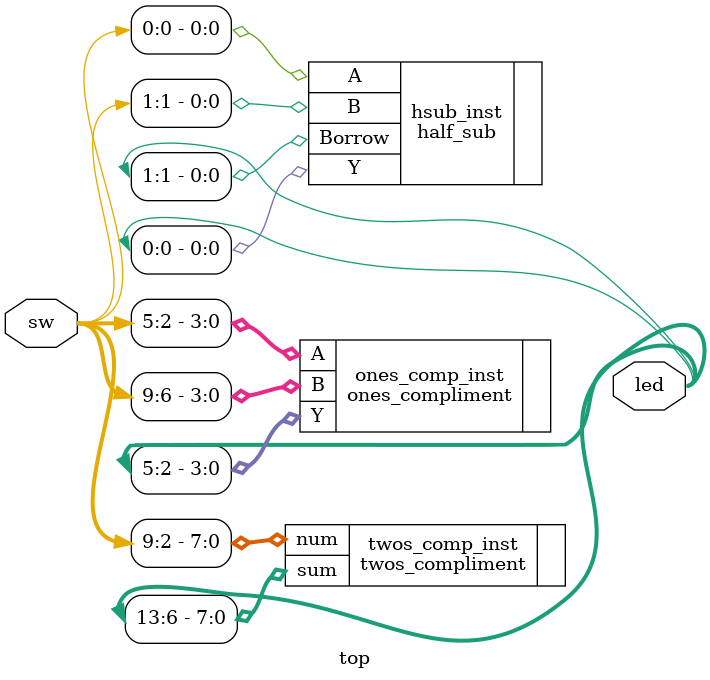
<source format=v>
module top(
input [9:0]sw,
output [13:0]led
);


half_sub hsub_inst(
.A(sw[0]),
.B(sw[1]),
.Y(led[0]),
.Borrow(led[1])
);

ones_compliment ones_comp_inst (
.A(sw[5:2]), .B(sw[9:6]),
.Y(led[5:2])
);

// Second full adder (MSB + carry from LSB)
twos_compliment twos_comp_inst(
.num(sw[9:2]),
.sum(led[13:6])
);


endmodule


</source>
